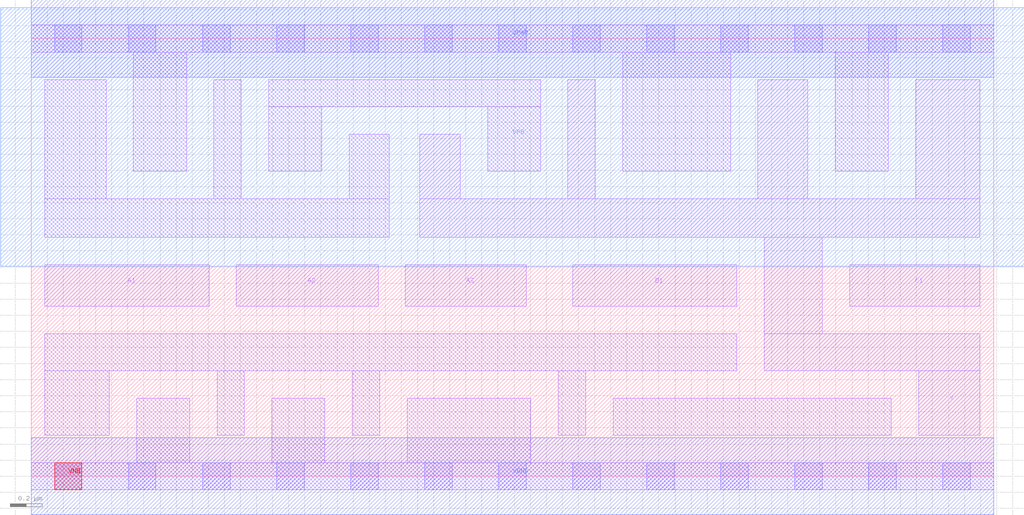
<source format=lef>
# Copyright 2020 The SkyWater PDK Authors
#
# Licensed under the Apache License, Version 2.0 (the "License");
# you may not use this file except in compliance with the License.
# You may obtain a copy of the License at
#
#     https://www.apache.org/licenses/LICENSE-2.0
#
# Unless required by applicable law or agreed to in writing, software
# distributed under the License is distributed on an "AS IS" BASIS,
# WITHOUT WARRANTIES OR CONDITIONS OF ANY KIND, either express or implied.
# See the License for the specific language governing permissions and
# limitations under the License.
#
# SPDX-License-Identifier: Apache-2.0

VERSION 5.7 ;
  NOWIREEXTENSIONATPIN ON ;
  DIVIDERCHAR "/" ;
  BUSBITCHARS "[]" ;
MACRO sky130_fd_sc_hd__o311ai_2
  CLASS CORE ;
  FOREIGN sky130_fd_sc_hd__o311ai_2 ;
  ORIGIN  0.000000  0.000000 ;
  SIZE  5.980000 BY  2.720000 ;
  SYMMETRY X Y R90 ;
  SITE unithd ;
  PIN A1
    ANTENNAGATEAREA  0.495000 ;
    DIRECTION INPUT ;
    USE SIGNAL ;
    PORT
      LAYER li1 ;
        RECT 0.085000 1.055000 1.105000 1.315000 ;
    END
  END A1
  PIN A2
    ANTENNAGATEAREA  0.495000 ;
    DIRECTION INPUT ;
    USE SIGNAL ;
    PORT
      LAYER li1 ;
        RECT 1.275000 1.055000 2.155000 1.315000 ;
    END
  END A2
  PIN A3
    ANTENNAGATEAREA  0.495000 ;
    DIRECTION INPUT ;
    USE SIGNAL ;
    PORT
      LAYER li1 ;
        RECT 2.325000 1.055000 3.075000 1.315000 ;
    END
  END A3
  PIN B1
    ANTENNAGATEAREA  0.495000 ;
    DIRECTION INPUT ;
    USE SIGNAL ;
    PORT
      LAYER li1 ;
        RECT 3.365000 1.055000 4.385000 1.315000 ;
    END
  END B1
  PIN C1
    ANTENNAGATEAREA  0.495000 ;
    DIRECTION INPUT ;
    USE SIGNAL ;
    PORT
      LAYER li1 ;
        RECT 5.085000 1.055000 5.895000 1.315000 ;
    END
  END C1
  PIN VNB
    PORT
      LAYER pwell ;
        RECT 0.145000 -0.085000 0.315000 0.085000 ;
    END
  END VNB
  PIN VPB
    PORT
      LAYER nwell ;
        RECT -0.190000 1.305000 6.170000 2.910000 ;
    END
  END VPB
  PIN Y
    ANTENNADIFFAREA  1.551000 ;
    DIRECTION OUTPUT ;
    USE SIGNAL ;
    PORT
      LAYER li1 ;
        RECT 2.415000 1.485000 5.895000 1.725000 ;
        RECT 2.415000 1.725000 2.665000 2.125000 ;
        RECT 3.335000 1.725000 3.505000 2.465000 ;
        RECT 4.515000 1.725000 4.825000 2.465000 ;
        RECT 4.555000 0.655000 5.895000 0.885000 ;
        RECT 4.555000 0.885000 4.915000 1.485000 ;
        RECT 5.495000 1.725000 5.895000 2.465000 ;
        RECT 5.515000 0.255000 5.895000 0.655000 ;
    END
  END Y
  PIN VGND
    DIRECTION INOUT ;
    SHAPE ABUTMENT ;
    USE GROUND ;
    PORT
      LAYER met1 ;
        RECT 0.000000 -0.240000 5.980000 0.240000 ;
    END
  END VGND
  PIN VPWR
    DIRECTION INOUT ;
    SHAPE ABUTMENT ;
    USE POWER ;
    PORT
      LAYER met1 ;
        RECT 0.000000 2.480000 5.980000 2.960000 ;
    END
  END VPWR
  OBS
    LAYER li1 ;
      RECT 0.000000 -0.085000 5.980000 0.085000 ;
      RECT 0.000000  2.635000 5.980000 2.805000 ;
      RECT 0.085000  0.255000 0.485000 0.655000 ;
      RECT 0.085000  0.655000 4.385000 0.885000 ;
      RECT 0.085000  1.485000 2.225000 1.725000 ;
      RECT 0.085000  1.725000 0.465000 2.465000 ;
      RECT 0.635000  1.895000 0.965000 2.635000 ;
      RECT 0.655000  0.085000 0.985000 0.485000 ;
      RECT 1.135000  1.725000 1.305000 2.465000 ;
      RECT 1.155000  0.255000 1.325000 0.655000 ;
      RECT 1.475000  1.895000 1.805000 2.295000 ;
      RECT 1.475000  2.295000 3.165000 2.465000 ;
      RECT 1.495000  0.085000 1.825000 0.485000 ;
      RECT 1.975000  1.725000 2.225000 2.125000 ;
      RECT 1.995000  0.255000 2.165000 0.655000 ;
      RECT 2.335000  0.085000 3.105000 0.485000 ;
      RECT 2.835000  1.895000 3.165000 2.295000 ;
      RECT 3.275000  0.255000 3.445000 0.655000 ;
      RECT 3.615000  0.255000 5.345000 0.485000 ;
      RECT 3.675000  1.895000 4.345000 2.635000 ;
      RECT 4.995000  1.895000 5.325000 2.635000 ;
    LAYER mcon ;
      RECT 0.145000 -0.085000 0.315000 0.085000 ;
      RECT 0.145000  2.635000 0.315000 2.805000 ;
      RECT 0.605000 -0.085000 0.775000 0.085000 ;
      RECT 0.605000  2.635000 0.775000 2.805000 ;
      RECT 1.065000 -0.085000 1.235000 0.085000 ;
      RECT 1.065000  2.635000 1.235000 2.805000 ;
      RECT 1.525000 -0.085000 1.695000 0.085000 ;
      RECT 1.525000  2.635000 1.695000 2.805000 ;
      RECT 1.985000 -0.085000 2.155000 0.085000 ;
      RECT 1.985000  2.635000 2.155000 2.805000 ;
      RECT 2.445000 -0.085000 2.615000 0.085000 ;
      RECT 2.445000  2.635000 2.615000 2.805000 ;
      RECT 2.905000 -0.085000 3.075000 0.085000 ;
      RECT 2.905000  2.635000 3.075000 2.805000 ;
      RECT 3.365000 -0.085000 3.535000 0.085000 ;
      RECT 3.365000  2.635000 3.535000 2.805000 ;
      RECT 3.825000 -0.085000 3.995000 0.085000 ;
      RECT 3.825000  2.635000 3.995000 2.805000 ;
      RECT 4.285000 -0.085000 4.455000 0.085000 ;
      RECT 4.285000  2.635000 4.455000 2.805000 ;
      RECT 4.745000 -0.085000 4.915000 0.085000 ;
      RECT 4.745000  2.635000 4.915000 2.805000 ;
      RECT 5.205000 -0.085000 5.375000 0.085000 ;
      RECT 5.205000  2.635000 5.375000 2.805000 ;
      RECT 5.665000 -0.085000 5.835000 0.085000 ;
      RECT 5.665000  2.635000 5.835000 2.805000 ;
  END
END sky130_fd_sc_hd__o311ai_2
END LIBRARY

</source>
